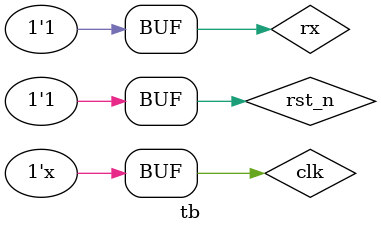
<source format=v>
`timescale 1ns / 1ps
module tb ();
reg clk;
reg rst_n;
reg rx;
wire [7:0] data_rx;
wire done_rx;

always #10 clk = ~clk;


parameter sys_clk = 50_000_000, // 50 MHz
          bps = 9600,
          delay = sys_clk / bps*20;
initial begin
  clk = 0;
  rst_n = 0;
  rx = 1;
  #100
  rst_n = 1;

  #100
  rx = 1;
  #100
  rx = 0;



    #delay;
  rx = 0;
    #delay;
  rx = 0;
    #delay;
  rx = 1;
    #delay;
  rx = 1;
    #delay;
  rx = 0;
    #delay;
  rx = 1;
    #delay;
  rx = 0;
    #delay;
  rx = 1;

    #delay;
  rx = 1;

    #delay;
  rx = 1;

end
top top_u (
    .clk(clk),
    .rst_n(rst_n),
    .rx(rx),
    .data_rx(data_rx),
    .done_rx(done_rx)
);



endmodule

</source>
